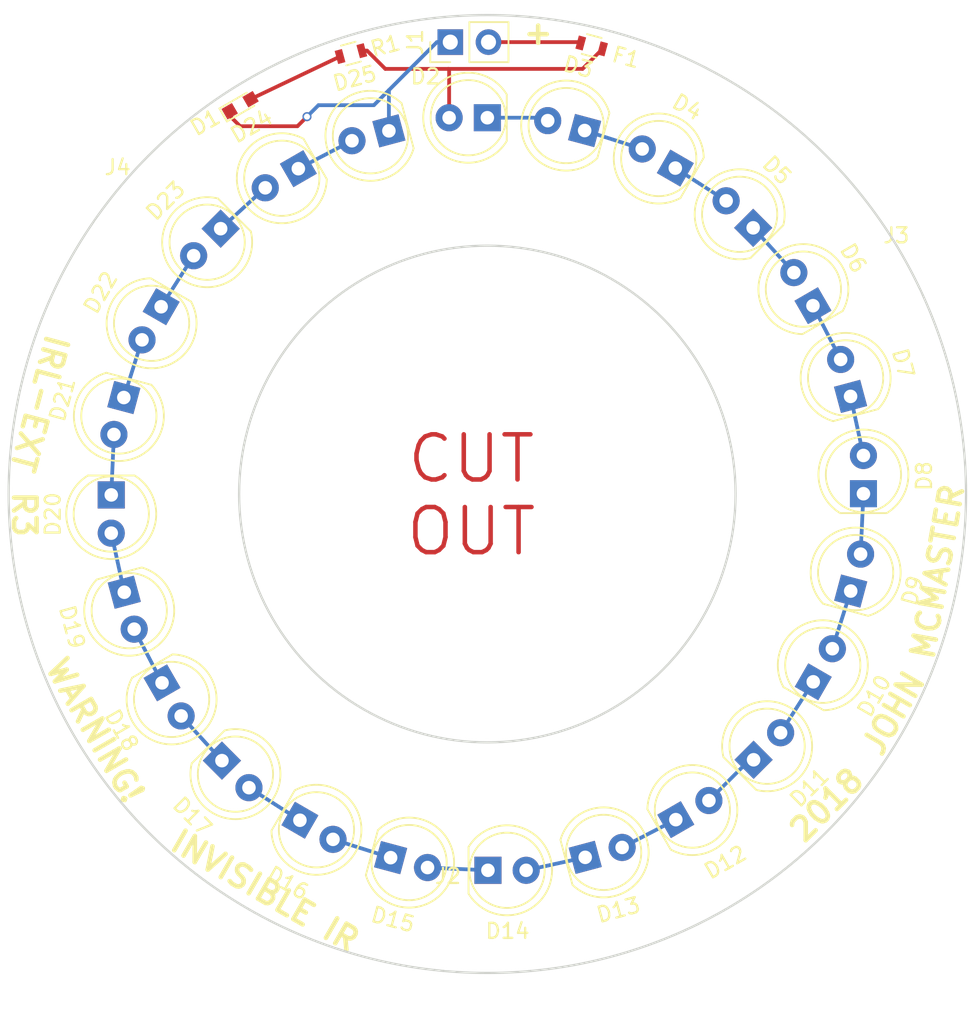
<source format=kicad_pcb>
(kicad_pcb (version 4) (host pcbnew 4.0.7-e2-6376~58~ubuntu16.04.1)

  (general
    (links 29)
    (no_connects 0)
    (area 67.734584 67.081711 132.261371 135.46084)
    (thickness 1.6)
    (drawings 11)
    (tracks 47)
    (zones 0)
    (modules 31)
    (nets 30)
  )

  (page A4)
  (layers
    (0 F.Cu signal)
    (31 B.Cu signal)
    (32 B.Adhes user)
    (33 F.Adhes user)
    (34 B.Paste user)
    (35 F.Paste user)
    (36 B.SilkS user)
    (37 F.SilkS user)
    (38 B.Mask user)
    (39 F.Mask user)
    (40 Dwgs.User user)
    (41 Cmts.User user)
    (42 Eco1.User user)
    (43 Eco2.User user)
    (44 Edge.Cuts user)
    (45 Margin user)
    (46 B.CrtYd user)
    (47 F.CrtYd user)
    (48 B.Fab user)
    (49 F.Fab user)
  )

  (setup
    (last_trace_width 0.25)
    (trace_clearance 0.2)
    (zone_clearance 0.508)
    (zone_45_only no)
    (trace_min 0.2)
    (segment_width 0.2)
    (edge_width 0.15)
    (via_size 0.6)
    (via_drill 0.4)
    (via_min_size 0.4)
    (via_min_drill 0.3)
    (uvia_size 0.3)
    (uvia_drill 0.1)
    (uvias_allowed no)
    (uvia_min_size 0.2)
    (uvia_min_drill 0.1)
    (pcb_text_width 0.3)
    (pcb_text_size 1.5 1.5)
    (mod_edge_width 0.15)
    (mod_text_size 1 1)
    (mod_text_width 0.15)
    (pad_size 3.5 3.5)
    (pad_drill 3.5)
    (pad_to_mask_clearance 0.2)
    (aux_axis_origin 0 0)
    (visible_elements FFFFFF7F)
    (pcbplotparams
      (layerselection 0x010f0_80000001)
      (usegerberextensions true)
      (excludeedgelayer true)
      (linewidth 0.100000)
      (plotframeref false)
      (viasonmask false)
      (mode 1)
      (useauxorigin false)
      (hpglpennumber 1)
      (hpglpenspeed 20)
      (hpglpendiameter 15)
      (hpglpenoverlay 2)
      (psnegative false)
      (psa4output false)
      (plotreference true)
      (plotvalue true)
      (plotinvisibletext false)
      (padsonsilk false)
      (subtractmaskfromsilk false)
      (outputformat 1)
      (mirror false)
      (drillshape 0)
      (scaleselection 1)
      (outputdirectory ilr-ext_r2))
  )

  (net 0 "")
  (net 1 "Net-(D1-Pad2)")
  (net 2 GND)
  (net 3 "Net-(D2-Pad1)")
  (net 4 VCC)
  (net 5 "Net-(D3-Pad1)")
  (net 6 "Net-(D4-Pad1)")
  (net 7 "Net-(D5-Pad1)")
  (net 8 "Net-(D6-Pad1)")
  (net 9 "Net-(D7-Pad1)")
  (net 10 "Net-(D8-Pad1)")
  (net 11 "Net-(D10-Pad2)")
  (net 12 "Net-(D10-Pad1)")
  (net 13 "Net-(D11-Pad1)")
  (net 14 "Net-(D12-Pad1)")
  (net 15 "Net-(D13-Pad1)")
  (net 16 "Net-(D14-Pad1)")
  (net 17 "Net-(D15-Pad1)")
  (net 18 "Net-(D16-Pad1)")
  (net 19 "Net-(D17-Pad1)")
  (net 20 "Net-(D18-Pad1)")
  (net 21 "Net-(D19-Pad1)")
  (net 22 "Net-(D20-Pad1)")
  (net 23 "Net-(D21-Pad1)")
  (net 24 "Net-(D22-Pad1)")
  (net 25 "Net-(D23-Pad1)")
  (net 26 "Net-(D24-Pad1)")
  (net 27 "Net-(J2-Pad1)")
  (net 28 "Net-(J4-Pad1)")
  (net 29 "Net-(F1-Pad2)")

  (net_class Default "This is the default net class."
    (clearance 0.2)
    (trace_width 0.25)
    (via_dia 0.6)
    (via_drill 0.4)
    (uvia_dia 0.3)
    (uvia_drill 0.1)
    (add_net GND)
    (add_net "Net-(D1-Pad2)")
    (add_net "Net-(D10-Pad1)")
    (add_net "Net-(D10-Pad2)")
    (add_net "Net-(D11-Pad1)")
    (add_net "Net-(D12-Pad1)")
    (add_net "Net-(D13-Pad1)")
    (add_net "Net-(D14-Pad1)")
    (add_net "Net-(D15-Pad1)")
    (add_net "Net-(D16-Pad1)")
    (add_net "Net-(D17-Pad1)")
    (add_net "Net-(D18-Pad1)")
    (add_net "Net-(D19-Pad1)")
    (add_net "Net-(D2-Pad1)")
    (add_net "Net-(D20-Pad1)")
    (add_net "Net-(D21-Pad1)")
    (add_net "Net-(D22-Pad1)")
    (add_net "Net-(D23-Pad1)")
    (add_net "Net-(D24-Pad1)")
    (add_net "Net-(D3-Pad1)")
    (add_net "Net-(D4-Pad1)")
    (add_net "Net-(D5-Pad1)")
    (add_net "Net-(D6-Pad1)")
    (add_net "Net-(D7-Pad1)")
    (add_net "Net-(D8-Pad1)")
    (add_net "Net-(F1-Pad2)")
    (add_net "Net-(J2-Pad1)")
    (add_net "Net-(J4-Pad1)")
    (add_net VCC)
  )

  (module LEDs:LED_0603 (layer F.Cu) (tedit 5B07CFC8) (tstamp 5B074ABD)
    (at 83.566 74.168 30)
    (descr "LED 0603 smd package")
    (tags "LED led 0603 SMD smd SMT smt smdled SMDLED smtled SMTLED")
    (path /5B011935)
    (attr smd)
    (fp_text reference D1 (at -2.584932 -0.16671 30) (layer F.SilkS)
      (effects (font (size 1 1) (thickness 0.15)))
    )
    (fp_text value LED (at 3.084429 -0.22537 30) (layer F.Fab)
      (effects (font (size 1 1) (thickness 0.15)))
    )
    (fp_line (start -1.3 -0.5) (end -1.3 0.5) (layer F.SilkS) (width 0.12))
    (fp_line (start -0.2 -0.2) (end -0.2 0.2) (layer F.Fab) (width 0.1))
    (fp_line (start -0.15 0) (end 0.15 -0.2) (layer F.Fab) (width 0.1))
    (fp_line (start 0.15 0.2) (end -0.15 0) (layer F.Fab) (width 0.1))
    (fp_line (start 0.15 -0.2) (end 0.15 0.2) (layer F.Fab) (width 0.1))
    (fp_line (start 0.8 0.4) (end -0.8 0.4) (layer F.Fab) (width 0.1))
    (fp_line (start 0.8 -0.4) (end 0.8 0.4) (layer F.Fab) (width 0.1))
    (fp_line (start -0.8 -0.4) (end 0.8 -0.4) (layer F.Fab) (width 0.1))
    (fp_line (start -0.8 0.4) (end -0.8 -0.4) (layer F.Fab) (width 0.1))
    (fp_line (start -1.3 0.5) (end 0.8 0.5) (layer F.SilkS) (width 0.12))
    (fp_line (start -1.3 -0.5) (end 0.8 -0.5) (layer F.SilkS) (width 0.12))
    (fp_line (start 1.45 -0.65) (end 1.45 0.65) (layer F.CrtYd) (width 0.05))
    (fp_line (start 1.45 0.65) (end -1.45 0.65) (layer F.CrtYd) (width 0.05))
    (fp_line (start -1.45 0.65) (end -1.45 -0.65) (layer F.CrtYd) (width 0.05))
    (fp_line (start -1.45 -0.65) (end 1.45 -0.65) (layer F.CrtYd) (width 0.05))
    (pad 2 smd rect (at 0.8 0 210) (size 0.8 0.8) (layers F.Cu F.Paste F.Mask)
      (net 1 "Net-(D1-Pad2)"))
    (pad 1 smd rect (at -0.8 0 210) (size 0.8 0.8) (layers F.Cu F.Paste F.Mask)
      (net 2 GND))
    (model ${KISYS3DMOD}/LEDs.3dshapes/LED_0603.wrl
      (at (xyz 0 0 0))
      (scale (xyz 1 1 1))
      (rotate (xyz 0 0 180))
    )
  )

  (module LEDs:LED_D5.0mm (layer F.Cu) (tedit 5B07CA48) (tstamp 5B074AC3)
    (at 100 75 180)
    (descr "LED, diameter 5.0mm, 2 pins, http://cdn-reichelt.de/documents/datenblatt/A500/LL-504BC2E-009.pdf")
    (tags "LED diameter 5.0mm 2 pins")
    (path /5B00EA18)
    (fp_text reference D2 (at 4.115 2.737 180) (layer F.SilkS)
      (effects (font (size 1 1) (thickness 0.15)))
    )
    (fp_text value LED (at 1.27 3.96 180) (layer F.Fab)
      (effects (font (size 1 1) (thickness 0.15)))
    )
    (fp_arc (start 1.27 0) (end -1.23 -1.469694) (angle 299.1) (layer F.Fab) (width 0.1))
    (fp_arc (start 1.27 0) (end -1.29 -1.54483) (angle 148.9) (layer F.SilkS) (width 0.12))
    (fp_arc (start 1.27 0) (end -1.29 1.54483) (angle -148.9) (layer F.SilkS) (width 0.12))
    (fp_circle (center 1.27 0) (end 3.77 0) (layer F.Fab) (width 0.1))
    (fp_circle (center 1.27 0) (end 3.77 0) (layer F.SilkS) (width 0.12))
    (fp_line (start -1.23 -1.469694) (end -1.23 1.469694) (layer F.Fab) (width 0.1))
    (fp_line (start -1.29 -1.545) (end -1.29 1.545) (layer F.SilkS) (width 0.12))
    (fp_line (start -1.95 -3.25) (end -1.95 3.25) (layer F.CrtYd) (width 0.05))
    (fp_line (start -1.95 3.25) (end 4.5 3.25) (layer F.CrtYd) (width 0.05))
    (fp_line (start 4.5 3.25) (end 4.5 -3.25) (layer F.CrtYd) (width 0.05))
    (fp_line (start 4.5 -3.25) (end -1.95 -3.25) (layer F.CrtYd) (width 0.05))
    (fp_text user %R (at 1.25 0 180) (layer F.Fab)
      (effects (font (size 0.8 0.8) (thickness 0.2)))
    )
    (pad 1 thru_hole rect (at 0 0 180) (size 1.8 1.8) (drill 0.9) (layers *.Cu *.Mask)
      (net 3 "Net-(D2-Pad1)"))
    (pad 2 thru_hole circle (at 2.54 0 180) (size 1.8 1.8) (drill 0.9) (layers *.Cu *.Mask)
      (net 4 VCC))
    (model ${KISYS3DMOD}/LEDs.3dshapes/LED_D5.0mm.wrl
      (at (xyz 0 0 0))
      (scale (xyz 0.393701 0.393701 0.393701))
      (rotate (xyz 0 0 0))
    )
  )

  (module LEDs:LED_D5.0mm (layer F.Cu) (tedit 5B07CAED) (tstamp 5B074AC9)
    (at 106.467271 75.850995 165)
    (descr "LED, diameter 5.0mm, 2 pins, http://cdn-reichelt.de/documents/datenblatt/A500/LL-504BC2E-009.pdf")
    (tags "LED diameter 5.0mm 2 pins")
    (path /5B00EAF4)
    (fp_text reference D3 (at 1.500874 3.969808 165) (layer F.SilkS)
      (effects (font (size 1 1) (thickness 0.15)))
    )
    (fp_text value LED (at 1.27 3.96 165) (layer F.Fab)
      (effects (font (size 1 1) (thickness 0.15)))
    )
    (fp_arc (start 1.27 0) (end -1.23 -1.469694) (angle 299.1) (layer F.Fab) (width 0.1))
    (fp_arc (start 1.27 0) (end -1.29 -1.54483) (angle 148.9) (layer F.SilkS) (width 0.12))
    (fp_arc (start 1.27 0) (end -1.29 1.54483) (angle -148.9) (layer F.SilkS) (width 0.12))
    (fp_circle (center 1.27 0) (end 3.77 0) (layer F.Fab) (width 0.1))
    (fp_circle (center 1.27 0) (end 3.77 0) (layer F.SilkS) (width 0.12))
    (fp_line (start -1.23 -1.469694) (end -1.23 1.469694) (layer F.Fab) (width 0.1))
    (fp_line (start -1.29 -1.545) (end -1.29 1.545) (layer F.SilkS) (width 0.12))
    (fp_line (start -1.95 -3.25) (end -1.95 3.25) (layer F.CrtYd) (width 0.05))
    (fp_line (start -1.95 3.25) (end 4.5 3.25) (layer F.CrtYd) (width 0.05))
    (fp_line (start 4.5 3.25) (end 4.5 -3.25) (layer F.CrtYd) (width 0.05))
    (fp_line (start 4.5 -3.25) (end -1.95 -3.25) (layer F.CrtYd) (width 0.05))
    (fp_text user %R (at 1.25 0 165) (layer F.Fab)
      (effects (font (size 0.8 0.8) (thickness 0.2)))
    )
    (pad 1 thru_hole rect (at 0 0 165) (size 1.8 1.8) (drill 0.9) (layers *.Cu *.Mask)
      (net 5 "Net-(D3-Pad1)"))
    (pad 2 thru_hole circle (at 2.54 0 165) (size 1.8 1.8) (drill 0.9) (layers *.Cu *.Mask)
      (net 3 "Net-(D2-Pad1)"))
    (model ${KISYS3DMOD}/LEDs.3dshapes/LED_D5.0mm.wrl
      (at (xyz 0 0 0))
      (scale (xyz 0.393701 0.393701 0.393701))
      (rotate (xyz 0 0 0))
    )
  )

  (module LEDs:LED_D5.0mm (layer F.Cu) (tedit 5B07CAE8) (tstamp 5B074ACF)
    (at 112.494252 78.346047 150)
    (descr "LED, diameter 5.0mm, 2 pins, http://cdn-reichelt.de/documents/datenblatt/A500/LL-504BC2E-009.pdf")
    (tags "LED diameter 5.0mm 2 pins")
    (path /5B00EB64)
    (fp_text reference D4 (at 1.341582 3.903184 150) (layer F.SilkS)
      (effects (font (size 1 1) (thickness 0.15)))
    )
    (fp_text value LED (at 1.27 3.96 150) (layer F.Fab)
      (effects (font (size 1 1) (thickness 0.15)))
    )
    (fp_arc (start 1.27 0) (end -1.23 -1.469694) (angle 299.1) (layer F.Fab) (width 0.1))
    (fp_arc (start 1.27 0) (end -1.29 -1.54483) (angle 148.9) (layer F.SilkS) (width 0.12))
    (fp_arc (start 1.27 0) (end -1.29 1.54483) (angle -148.9) (layer F.SilkS) (width 0.12))
    (fp_circle (center 1.27 0) (end 3.77 0) (layer F.Fab) (width 0.1))
    (fp_circle (center 1.27 0) (end 3.77 0) (layer F.SilkS) (width 0.12))
    (fp_line (start -1.23 -1.469694) (end -1.23 1.469694) (layer F.Fab) (width 0.1))
    (fp_line (start -1.29 -1.545) (end -1.29 1.545) (layer F.SilkS) (width 0.12))
    (fp_line (start -1.95 -3.25) (end -1.95 3.25) (layer F.CrtYd) (width 0.05))
    (fp_line (start -1.95 3.25) (end 4.5 3.25) (layer F.CrtYd) (width 0.05))
    (fp_line (start 4.5 3.25) (end 4.5 -3.25) (layer F.CrtYd) (width 0.05))
    (fp_line (start 4.5 -3.25) (end -1.95 -3.25) (layer F.CrtYd) (width 0.05))
    (fp_text user %R (at 1.25 0 150) (layer F.Fab)
      (effects (font (size 0.8 0.8) (thickness 0.2)))
    )
    (pad 1 thru_hole rect (at 0 0 150) (size 1.8 1.8) (drill 0.9) (layers *.Cu *.Mask)
      (net 6 "Net-(D4-Pad1)"))
    (pad 2 thru_hole circle (at 2.54 0 150) (size 1.8 1.8) (drill 0.9) (layers *.Cu *.Mask)
      (net 5 "Net-(D3-Pad1)"))
    (model ${KISYS3DMOD}/LEDs.3dshapes/LED_D5.0mm.wrl
      (at (xyz 0 0 0))
      (scale (xyz 0.393701 0.393701 0.393701))
      (rotate (xyz 0 0 0))
    )
  )

  (module LEDs:LED_D5.0mm (layer F.Cu) (tedit 5B07CAE3) (tstamp 5B074AD5)
    (at 117.670629 82.315293 135)
    (descr "LED, diameter 5.0mm, 2 pins, http://cdn-reichelt.de/documents/datenblatt/A500/LL-504BC2E-009.pdf")
    (tags "LED diameter 5.0mm 2 pins")
    (path /5B01951A)
    (fp_text reference D5 (at 1.588814 3.826624 135) (layer F.SilkS)
      (effects (font (size 1 1) (thickness 0.15)))
    )
    (fp_text value LED (at 1.27 3.96 135) (layer F.Fab)
      (effects (font (size 1 1) (thickness 0.15)))
    )
    (fp_arc (start 1.27 0) (end -1.23 -1.469694) (angle 299.1) (layer F.Fab) (width 0.1))
    (fp_arc (start 1.27 0) (end -1.29 -1.54483) (angle 148.9) (layer F.SilkS) (width 0.12))
    (fp_arc (start 1.27 0) (end -1.29 1.54483) (angle -148.9) (layer F.SilkS) (width 0.12))
    (fp_circle (center 1.27 0) (end 3.77 0) (layer F.Fab) (width 0.1))
    (fp_circle (center 1.27 0) (end 3.77 0) (layer F.SilkS) (width 0.12))
    (fp_line (start -1.23 -1.469694) (end -1.23 1.469694) (layer F.Fab) (width 0.1))
    (fp_line (start -1.29 -1.545) (end -1.29 1.545) (layer F.SilkS) (width 0.12))
    (fp_line (start -1.95 -3.25) (end -1.95 3.25) (layer F.CrtYd) (width 0.05))
    (fp_line (start -1.95 3.25) (end 4.5 3.25) (layer F.CrtYd) (width 0.05))
    (fp_line (start 4.5 3.25) (end 4.5 -3.25) (layer F.CrtYd) (width 0.05))
    (fp_line (start 4.5 -3.25) (end -1.95 -3.25) (layer F.CrtYd) (width 0.05))
    (fp_text user %R (at 1.25 0 135) (layer F.Fab)
      (effects (font (size 0.8 0.8) (thickness 0.2)))
    )
    (pad 1 thru_hole rect (at 0 0 135) (size 1.8 1.8) (drill 0.9) (layers *.Cu *.Mask)
      (net 7 "Net-(D5-Pad1)"))
    (pad 2 thru_hole circle (at 2.54 0 135) (size 1.8 1.8) (drill 0.9) (layers *.Cu *.Mask)
      (net 6 "Net-(D4-Pad1)"))
    (model ${KISYS3DMOD}/LEDs.3dshapes/LED_D5.0mm.wrl
      (at (xyz 0 0 0))
      (scale (xyz 0.393701 0.393701 0.393701))
      (rotate (xyz 0 0 0))
    )
  )

  (module LEDs:LED_D5.0mm (layer F.Cu) (tedit 5B07CAE0) (tstamp 5B074ADB)
    (at 121.643995 87.488507 120)
    (descr "LED, diameter 5.0mm, 2 pins, http://cdn-reichelt.de/documents/datenblatt/A500/LL-504BC2E-009.pdf")
    (tags "LED diameter 5.0mm 2 pins")
    (path /5B019520)
    (fp_text reference D6 (at 1.392577 3.909 120) (layer F.SilkS)
      (effects (font (size 1 1) (thickness 0.15)))
    )
    (fp_text value LED (at 1.27 3.96 120) (layer F.Fab)
      (effects (font (size 1 1) (thickness 0.15)))
    )
    (fp_arc (start 1.27 0) (end -1.23 -1.469694) (angle 299.1) (layer F.Fab) (width 0.1))
    (fp_arc (start 1.27 0) (end -1.29 -1.54483) (angle 148.9) (layer F.SilkS) (width 0.12))
    (fp_arc (start 1.27 0) (end -1.29 1.54483) (angle -148.9) (layer F.SilkS) (width 0.12))
    (fp_circle (center 1.27 0) (end 3.77 0) (layer F.Fab) (width 0.1))
    (fp_circle (center 1.27 0) (end 3.77 0) (layer F.SilkS) (width 0.12))
    (fp_line (start -1.23 -1.469694) (end -1.23 1.469694) (layer F.Fab) (width 0.1))
    (fp_line (start -1.29 -1.545) (end -1.29 1.545) (layer F.SilkS) (width 0.12))
    (fp_line (start -1.95 -3.25) (end -1.95 3.25) (layer F.CrtYd) (width 0.05))
    (fp_line (start -1.95 3.25) (end 4.5 3.25) (layer F.CrtYd) (width 0.05))
    (fp_line (start 4.5 3.25) (end 4.5 -3.25) (layer F.CrtYd) (width 0.05))
    (fp_line (start 4.5 -3.25) (end -1.95 -3.25) (layer F.CrtYd) (width 0.05))
    (fp_text user %R (at 1.25 0 120) (layer F.Fab)
      (effects (font (size 0.8 0.8) (thickness 0.2)))
    )
    (pad 1 thru_hole rect (at 0 0 120) (size 1.8 1.8) (drill 0.9) (layers *.Cu *.Mask)
      (net 8 "Net-(D6-Pad1)"))
    (pad 2 thru_hole circle (at 2.54 0 120) (size 1.8 1.8) (drill 0.9) (layers *.Cu *.Mask)
      (net 7 "Net-(D5-Pad1)"))
    (model ${KISYS3DMOD}/LEDs.3dshapes/LED_D5.0mm.wrl
      (at (xyz 0 0 0))
      (scale (xyz 0.393701 0.393701 0.393701))
      (rotate (xyz 0 0 0))
    )
  )

  (module LEDs:LED_D5.0mm (layer F.Cu) (tedit 5B07CADC) (tstamp 5B074AE1)
    (at 124.143846 93.5135 105)
    (descr "LED, diameter 5.0mm, 2 pins, http://cdn-reichelt.de/documents/datenblatt/A500/LL-504BC2E-009.pdf")
    (tags "LED diameter 5.0mm 2 pins")
    (path /5B019526)
    (fp_text reference D7 (at 1.221943 3.941727 105) (layer F.SilkS)
      (effects (font (size 1 1) (thickness 0.15)))
    )
    (fp_text value LED (at 1.27 3.96 105) (layer F.Fab)
      (effects (font (size 1 1) (thickness 0.15)))
    )
    (fp_arc (start 1.27 0) (end -1.23 -1.469694) (angle 299.1) (layer F.Fab) (width 0.1))
    (fp_arc (start 1.27 0) (end -1.29 -1.54483) (angle 148.9) (layer F.SilkS) (width 0.12))
    (fp_arc (start 1.27 0) (end -1.29 1.54483) (angle -148.9) (layer F.SilkS) (width 0.12))
    (fp_circle (center 1.27 0) (end 3.77 0) (layer F.Fab) (width 0.1))
    (fp_circle (center 1.27 0) (end 3.77 0) (layer F.SilkS) (width 0.12))
    (fp_line (start -1.23 -1.469694) (end -1.23 1.469694) (layer F.Fab) (width 0.1))
    (fp_line (start -1.29 -1.545) (end -1.29 1.545) (layer F.SilkS) (width 0.12))
    (fp_line (start -1.95 -3.25) (end -1.95 3.25) (layer F.CrtYd) (width 0.05))
    (fp_line (start -1.95 3.25) (end 4.5 3.25) (layer F.CrtYd) (width 0.05))
    (fp_line (start 4.5 3.25) (end 4.5 -3.25) (layer F.CrtYd) (width 0.05))
    (fp_line (start 4.5 -3.25) (end -1.95 -3.25) (layer F.CrtYd) (width 0.05))
    (fp_text user %R (at 1.25 0 105) (layer F.Fab)
      (effects (font (size 0.8 0.8) (thickness 0.2)))
    )
    (pad 1 thru_hole rect (at 0 0 105) (size 1.8 1.8) (drill 0.9) (layers *.Cu *.Mask)
      (net 9 "Net-(D7-Pad1)"))
    (pad 2 thru_hole circle (at 2.54 0 105) (size 1.8 1.8) (drill 0.9) (layers *.Cu *.Mask)
      (net 8 "Net-(D6-Pad1)"))
    (model ${KISYS3DMOD}/LEDs.3dshapes/LED_D5.0mm.wrl
      (at (xyz 0 0 0))
      (scale (xyz 0.393701 0.393701 0.393701))
      (rotate (xyz 0 0 0))
    )
  )

  (module LEDs:LED_D5.0mm (layer F.Cu) (tedit 5B07CAD6) (tstamp 5B074AE7)
    (at 124.999992 99.980091 90)
    (descr "LED, diameter 5.0mm, 2 pins, http://cdn-reichelt.de/documents/datenblatt/A500/LL-504BC2E-009.pdf")
    (tags "LED diameter 5.0mm 2 pins")
    (path /5B01A05A)
    (fp_text reference D8 (at 1.174091 4.032008 90) (layer F.SilkS)
      (effects (font (size 1 1) (thickness 0.15)))
    )
    (fp_text value LED (at 1.27 3.96 90) (layer F.Fab)
      (effects (font (size 1 1) (thickness 0.15)))
    )
    (fp_arc (start 1.27 0) (end -1.23 -1.469694) (angle 299.1) (layer F.Fab) (width 0.1))
    (fp_arc (start 1.27 0) (end -1.29 -1.54483) (angle 148.9) (layer F.SilkS) (width 0.12))
    (fp_arc (start 1.27 0) (end -1.29 1.54483) (angle -148.9) (layer F.SilkS) (width 0.12))
    (fp_circle (center 1.27 0) (end 3.77 0) (layer F.Fab) (width 0.1))
    (fp_circle (center 1.27 0) (end 3.77 0) (layer F.SilkS) (width 0.12))
    (fp_line (start -1.23 -1.469694) (end -1.23 1.469694) (layer F.Fab) (width 0.1))
    (fp_line (start -1.29 -1.545) (end -1.29 1.545) (layer F.SilkS) (width 0.12))
    (fp_line (start -1.95 -3.25) (end -1.95 3.25) (layer F.CrtYd) (width 0.05))
    (fp_line (start -1.95 3.25) (end 4.5 3.25) (layer F.CrtYd) (width 0.05))
    (fp_line (start 4.5 3.25) (end 4.5 -3.25) (layer F.CrtYd) (width 0.05))
    (fp_line (start 4.5 -3.25) (end -1.95 -3.25) (layer F.CrtYd) (width 0.05))
    (fp_text user %R (at 1.25 0 90) (layer F.Fab)
      (effects (font (size 0.8 0.8) (thickness 0.2)))
    )
    (pad 1 thru_hole rect (at 0 0 90) (size 1.8 1.8) (drill 0.9) (layers *.Cu *.Mask)
      (net 10 "Net-(D8-Pad1)"))
    (pad 2 thru_hole circle (at 2.54 0 90) (size 1.8 1.8) (drill 0.9) (layers *.Cu *.Mask)
      (net 9 "Net-(D7-Pad1)"))
    (model ${KISYS3DMOD}/LEDs.3dshapes/LED_D5.0mm.wrl
      (at (xyz 0 0 0))
      (scale (xyz 0.393701 0.393701 0.393701))
      (rotate (xyz 0 0 0))
    )
  )

  (module LEDs:LED_D5.0mm (layer F.Cu) (tedit 5B07CAD2) (tstamp 5B074AED)
    (at 124.154146 106.448038 75)
    (descr "LED, diameter 5.0mm, 2 pins, http://cdn-reichelt.de/documents/datenblatt/A500/LL-504BC2E-009.pdf")
    (tags "LED diameter 5.0mm 2 pins")
    (path /5B01A060)
    (fp_text reference D9 (at 1.086548 3.969906 75) (layer F.SilkS)
      (effects (font (size 1 1) (thickness 0.15)))
    )
    (fp_text value LED (at 1.27 3.96 75) (layer F.Fab)
      (effects (font (size 1 1) (thickness 0.15)))
    )
    (fp_arc (start 1.27 0) (end -1.23 -1.469694) (angle 299.1) (layer F.Fab) (width 0.1))
    (fp_arc (start 1.27 0) (end -1.29 -1.54483) (angle 148.9) (layer F.SilkS) (width 0.12))
    (fp_arc (start 1.27 0) (end -1.29 1.54483) (angle -148.9) (layer F.SilkS) (width 0.12))
    (fp_circle (center 1.27 0) (end 3.77 0) (layer F.Fab) (width 0.1))
    (fp_circle (center 1.27 0) (end 3.77 0) (layer F.SilkS) (width 0.12))
    (fp_line (start -1.23 -1.469694) (end -1.23 1.469694) (layer F.Fab) (width 0.1))
    (fp_line (start -1.29 -1.545) (end -1.29 1.545) (layer F.SilkS) (width 0.12))
    (fp_line (start -1.95 -3.25) (end -1.95 3.25) (layer F.CrtYd) (width 0.05))
    (fp_line (start -1.95 3.25) (end 4.5 3.25) (layer F.CrtYd) (width 0.05))
    (fp_line (start 4.5 3.25) (end 4.5 -3.25) (layer F.CrtYd) (width 0.05))
    (fp_line (start 4.5 -3.25) (end -1.95 -3.25) (layer F.CrtYd) (width 0.05))
    (fp_text user %R (at 1.25 0 75) (layer F.Fab)
      (effects (font (size 0.8 0.8) (thickness 0.2)))
    )
    (pad 1 thru_hole rect (at 0 0 75) (size 1.8 1.8) (drill 0.9) (layers *.Cu *.Mask)
      (net 11 "Net-(D10-Pad2)"))
    (pad 2 thru_hole circle (at 2.54 0 75) (size 1.8 1.8) (drill 0.9) (layers *.Cu *.Mask)
      (net 10 "Net-(D8-Pad1)"))
    (model ${KISYS3DMOD}/LEDs.3dshapes/LED_D5.0mm.wrl
      (at (xyz 0 0 0))
      (scale (xyz 0.393701 0.393701 0.393701))
      (rotate (xyz 0 0 0))
    )
  )

  (module LEDs:LED_D5.0mm (layer F.Cu) (tedit 5B07CACE) (tstamp 5B074AF3)
    (at 121.663895 112.477004 60)
    (descr "LED, diameter 5.0mm, 2 pins, http://cdn-reichelt.de/documents/datenblatt/A500/LL-504BC2E-009.pdf")
    (tags "LED diameter 5.0mm 2 pins")
    (path /5B01A066)
    (fp_text reference D10 (at 1.224188 3.988348 60) (layer F.SilkS)
      (effects (font (size 1 1) (thickness 0.15)))
    )
    (fp_text value LED (at 1.27 3.96 60) (layer F.Fab)
      (effects (font (size 1 1) (thickness 0.15)))
    )
    (fp_arc (start 1.27 0) (end -1.23 -1.469694) (angle 299.1) (layer F.Fab) (width 0.1))
    (fp_arc (start 1.27 0) (end -1.29 -1.54483) (angle 148.9) (layer F.SilkS) (width 0.12))
    (fp_arc (start 1.27 0) (end -1.29 1.54483) (angle -148.9) (layer F.SilkS) (width 0.12))
    (fp_circle (center 1.27 0) (end 3.77 0) (layer F.Fab) (width 0.1))
    (fp_circle (center 1.27 0) (end 3.77 0) (layer F.SilkS) (width 0.12))
    (fp_line (start -1.23 -1.469694) (end -1.23 1.469694) (layer F.Fab) (width 0.1))
    (fp_line (start -1.29 -1.545) (end -1.29 1.545) (layer F.SilkS) (width 0.12))
    (fp_line (start -1.95 -3.25) (end -1.95 3.25) (layer F.CrtYd) (width 0.05))
    (fp_line (start -1.95 3.25) (end 4.5 3.25) (layer F.CrtYd) (width 0.05))
    (fp_line (start 4.5 3.25) (end 4.5 -3.25) (layer F.CrtYd) (width 0.05))
    (fp_line (start 4.5 -3.25) (end -1.95 -3.25) (layer F.CrtYd) (width 0.05))
    (fp_text user %R (at 1.25 0 60) (layer F.Fab)
      (effects (font (size 0.8 0.8) (thickness 0.2)))
    )
    (pad 1 thru_hole rect (at 0 0 60) (size 1.8 1.8) (drill 0.9) (layers *.Cu *.Mask)
      (net 12 "Net-(D10-Pad1)"))
    (pad 2 thru_hole circle (at 2.54 0 60) (size 1.8 1.8) (drill 0.9) (layers *.Cu *.Mask)
      (net 11 "Net-(D10-Pad2)"))
    (model ${KISYS3DMOD}/LEDs.3dshapes/LED_D5.0mm.wrl
      (at (xyz 0 0 0))
      (scale (xyz 0.393701 0.393701 0.393701))
      (rotate (xyz 0 0 0))
    )
  )

  (module LEDs:LED_D5.0mm (layer F.Cu) (tedit 5B07CAC7) (tstamp 5B074AF9)
    (at 117.698772 117.656541 45)
    (descr "LED, diameter 5.0mm, 2 pins, http://cdn-reichelt.de/documents/datenblatt/A500/LL-504BC2E-009.pdf")
    (tags "LED diameter 5.0mm 2 pins")
    (path /5B01A090)
    (fp_text reference D11 (at 1.317177 3.934121 45) (layer F.SilkS)
      (effects (font (size 1 1) (thickness 0.15)))
    )
    (fp_text value LED (at 1.27 3.96 45) (layer F.Fab)
      (effects (font (size 1 1) (thickness 0.15)))
    )
    (fp_arc (start 1.27 0) (end -1.23 -1.469694) (angle 299.1) (layer F.Fab) (width 0.1))
    (fp_arc (start 1.27 0) (end -1.29 -1.54483) (angle 148.9) (layer F.SilkS) (width 0.12))
    (fp_arc (start 1.27 0) (end -1.29 1.54483) (angle -148.9) (layer F.SilkS) (width 0.12))
    (fp_circle (center 1.27 0) (end 3.77 0) (layer F.Fab) (width 0.1))
    (fp_circle (center 1.27 0) (end 3.77 0) (layer F.SilkS) (width 0.12))
    (fp_line (start -1.23 -1.469694) (end -1.23 1.469694) (layer F.Fab) (width 0.1))
    (fp_line (start -1.29 -1.545) (end -1.29 1.545) (layer F.SilkS) (width 0.12))
    (fp_line (start -1.95 -3.25) (end -1.95 3.25) (layer F.CrtYd) (width 0.05))
    (fp_line (start -1.95 3.25) (end 4.5 3.25) (layer F.CrtYd) (width 0.05))
    (fp_line (start 4.5 3.25) (end 4.5 -3.25) (layer F.CrtYd) (width 0.05))
    (fp_line (start 4.5 -3.25) (end -1.95 -3.25) (layer F.CrtYd) (width 0.05))
    (fp_text user %R (at 1.25 0 45) (layer F.Fab)
      (effects (font (size 0.8 0.8) (thickness 0.2)))
    )
    (pad 1 thru_hole rect (at 0 0 45) (size 1.8 1.8) (drill 0.9) (layers *.Cu *.Mask)
      (net 13 "Net-(D11-Pad1)"))
    (pad 2 thru_hole circle (at 2.54 0 45) (size 1.8 1.8) (drill 0.9) (layers *.Cu *.Mask)
      (net 12 "Net-(D10-Pad1)"))
    (model ${KISYS3DMOD}/LEDs.3dshapes/LED_D5.0mm.wrl
      (at (xyz 0 0 0))
      (scale (xyz 0.393701 0.393701 0.393701))
      (rotate (xyz 0 0 0))
    )
  )

  (module LEDs:LED_D5.0mm (layer F.Cu) (tedit 5B07CAC3) (tstamp 5B074AFF)
    (at 112.528723 121.634025 30)
    (descr "LED, diameter 5.0mm, 2 pins, http://cdn-reichelt.de/documents/datenblatt/A500/LL-504BC2E-009.pdf")
    (tags "LED diameter 5.0mm 2 pins")
    (path /5B01A096)
    (fp_text reference D12 (at 1.440806 4.095005 30) (layer F.SilkS)
      (effects (font (size 1 1) (thickness 0.15)))
    )
    (fp_text value LED (at 1.27 3.96 30) (layer F.Fab)
      (effects (font (size 1 1) (thickness 0.15)))
    )
    (fp_arc (start 1.27 0) (end -1.23 -1.469694) (angle 299.1) (layer F.Fab) (width 0.1))
    (fp_arc (start 1.27 0) (end -1.29 -1.54483) (angle 148.9) (layer F.SilkS) (width 0.12))
    (fp_arc (start 1.27 0) (end -1.29 1.54483) (angle -148.9) (layer F.SilkS) (width 0.12))
    (fp_circle (center 1.27 0) (end 3.77 0) (layer F.Fab) (width 0.1))
    (fp_circle (center 1.27 0) (end 3.77 0) (layer F.SilkS) (width 0.12))
    (fp_line (start -1.23 -1.469694) (end -1.23 1.469694) (layer F.Fab) (width 0.1))
    (fp_line (start -1.29 -1.545) (end -1.29 1.545) (layer F.SilkS) (width 0.12))
    (fp_line (start -1.95 -3.25) (end -1.95 3.25) (layer F.CrtYd) (width 0.05))
    (fp_line (start -1.95 3.25) (end 4.5 3.25) (layer F.CrtYd) (width 0.05))
    (fp_line (start 4.5 3.25) (end 4.5 -3.25) (layer F.CrtYd) (width 0.05))
    (fp_line (start 4.5 -3.25) (end -1.95 -3.25) (layer F.CrtYd) (width 0.05))
    (fp_text user %R (at 1.25 0 30) (layer F.Fab)
      (effects (font (size 0.8 0.8) (thickness 0.2)))
    )
    (pad 1 thru_hole rect (at 0 0 30) (size 1.8 1.8) (drill 0.9) (layers *.Cu *.Mask)
      (net 14 "Net-(D12-Pad1)"))
    (pad 2 thru_hole circle (at 2.54 0 30) (size 1.8 1.8) (drill 0.9) (layers *.Cu *.Mask)
      (net 13 "Net-(D11-Pad1)"))
    (model ${KISYS3DMOD}/LEDs.3dshapes/LED_D5.0mm.wrl
      (at (xyz 0 0 0))
      (scale (xyz 0.393701 0.393701 0.393701))
      (rotate (xyz 0 0 0))
    )
  )

  (module LEDs:LED_D5.0mm (layer F.Cu) (tedit 5B07CABF) (tstamp 5B074B05)
    (at 106.505723 124.138673 15)
    (descr "LED, diameter 5.0mm, 2 pins, http://cdn-reichelt.de/documents/datenblatt/A500/LL-504BC2E-009.pdf")
    (tags "LED diameter 5.0mm 2 pins")
    (path /5B01A09C)
    (fp_text reference D13 (at 1.226184 3.948219 15) (layer F.SilkS)
      (effects (font (size 1 1) (thickness 0.15)))
    )
    (fp_text value LED (at 1.27 3.96 15) (layer F.Fab)
      (effects (font (size 1 1) (thickness 0.15)))
    )
    (fp_arc (start 1.27 0) (end -1.23 -1.469694) (angle 299.1) (layer F.Fab) (width 0.1))
    (fp_arc (start 1.27 0) (end -1.29 -1.54483) (angle 148.9) (layer F.SilkS) (width 0.12))
    (fp_arc (start 1.27 0) (end -1.29 1.54483) (angle -148.9) (layer F.SilkS) (width 0.12))
    (fp_circle (center 1.27 0) (end 3.77 0) (layer F.Fab) (width 0.1))
    (fp_circle (center 1.27 0) (end 3.77 0) (layer F.SilkS) (width 0.12))
    (fp_line (start -1.23 -1.469694) (end -1.23 1.469694) (layer F.Fab) (width 0.1))
    (fp_line (start -1.29 -1.545) (end -1.29 1.545) (layer F.SilkS) (width 0.12))
    (fp_line (start -1.95 -3.25) (end -1.95 3.25) (layer F.CrtYd) (width 0.05))
    (fp_line (start -1.95 3.25) (end 4.5 3.25) (layer F.CrtYd) (width 0.05))
    (fp_line (start 4.5 3.25) (end 4.5 -3.25) (layer F.CrtYd) (width 0.05))
    (fp_line (start 4.5 -3.25) (end -1.95 -3.25) (layer F.CrtYd) (width 0.05))
    (fp_text user %R (at 1.25 0 15) (layer F.Fab)
      (effects (font (size 0.8 0.8) (thickness 0.2)))
    )
    (pad 1 thru_hole rect (at 0 0 15) (size 1.8 1.8) (drill 0.9) (layers *.Cu *.Mask)
      (net 15 "Net-(D13-Pad1)"))
    (pad 2 thru_hole circle (at 2.54 0 15) (size 1.8 1.8) (drill 0.9) (layers *.Cu *.Mask)
      (net 14 "Net-(D12-Pad1)"))
    (model ${KISYS3DMOD}/LEDs.3dshapes/LED_D5.0mm.wrl
      (at (xyz 0 0 0))
      (scale (xyz 0.393701 0.393701 0.393701))
      (rotate (xyz 0 0 0))
    )
  )

  (module LEDs:LED_D5.0mm (layer F.Cu) (tedit 5B07CABA) (tstamp 5B074B0B)
    (at 100.039816 124.999968)
    (descr "LED, diameter 5.0mm, 2 pins, http://cdn-reichelt.de/documents/datenblatt/A500/LL-504BC2E-009.pdf")
    (tags "LED diameter 5.0mm 2 pins")
    (path /5B01A89E)
    (fp_text reference D14 (at 1.306184 4.032032) (layer F.SilkS)
      (effects (font (size 1 1) (thickness 0.15)))
    )
    (fp_text value LED (at 1.27 3.96) (layer F.Fab)
      (effects (font (size 1 1) (thickness 0.15)))
    )
    (fp_arc (start 1.27 0) (end -1.23 -1.469694) (angle 299.1) (layer F.Fab) (width 0.1))
    (fp_arc (start 1.27 0) (end -1.29 -1.54483) (angle 148.9) (layer F.SilkS) (width 0.12))
    (fp_arc (start 1.27 0) (end -1.29 1.54483) (angle -148.9) (layer F.SilkS) (width 0.12))
    (fp_circle (center 1.27 0) (end 3.77 0) (layer F.Fab) (width 0.1))
    (fp_circle (center 1.27 0) (end 3.77 0) (layer F.SilkS) (width 0.12))
    (fp_line (start -1.23 -1.469694) (end -1.23 1.469694) (layer F.Fab) (width 0.1))
    (fp_line (start -1.29 -1.545) (end -1.29 1.545) (layer F.SilkS) (width 0.12))
    (fp_line (start -1.95 -3.25) (end -1.95 3.25) (layer F.CrtYd) (width 0.05))
    (fp_line (start -1.95 3.25) (end 4.5 3.25) (layer F.CrtYd) (width 0.05))
    (fp_line (start 4.5 3.25) (end 4.5 -3.25) (layer F.CrtYd) (width 0.05))
    (fp_line (start 4.5 -3.25) (end -1.95 -3.25) (layer F.CrtYd) (width 0.05))
    (fp_text user %R (at 1.25 0) (layer F.Fab)
      (effects (font (size 0.8 0.8) (thickness 0.2)))
    )
    (pad 1 thru_hole rect (at 0 0) (size 1.8 1.8) (drill 0.9) (layers *.Cu *.Mask)
      (net 16 "Net-(D14-Pad1)"))
    (pad 2 thru_hole circle (at 2.54 0) (size 1.8 1.8) (drill 0.9) (layers *.Cu *.Mask)
      (net 15 "Net-(D13-Pad1)"))
    (model ${KISYS3DMOD}/LEDs.3dshapes/LED_D5.0mm.wrl
      (at (xyz 0 0 0))
      (scale (xyz 0.393701 0.393701 0.393701))
      (rotate (xyz 0 0 0))
    )
  )

  (module LEDs:LED_D5.0mm (layer F.Cu) (tedit 5B07CAB7) (tstamp 5B074B11)
    (at 93.571198 124.159273 345)
    (descr "LED, diameter 5.0mm, 2 pins, http://cdn-reichelt.de/documents/datenblatt/A500/LL-504BC2E-009.pdf")
    (tags "LED diameter 5.0mm 2 pins")
    (path /5B01A8A4)
    (fp_text reference D15 (at 1.213462 3.930592 345) (layer F.SilkS)
      (effects (font (size 1 1) (thickness 0.15)))
    )
    (fp_text value LED (at 1.27 3.96 345) (layer F.Fab)
      (effects (font (size 1 1) (thickness 0.15)))
    )
    (fp_arc (start 1.27 0) (end -1.23 -1.469694) (angle 299.1) (layer F.Fab) (width 0.1))
    (fp_arc (start 1.27 0) (end -1.29 -1.54483) (angle 148.9) (layer F.SilkS) (width 0.12))
    (fp_arc (start 1.27 0) (end -1.29 1.54483) (angle -148.9) (layer F.SilkS) (width 0.12))
    (fp_circle (center 1.27 0) (end 3.77 0) (layer F.Fab) (width 0.1))
    (fp_circle (center 1.27 0) (end 3.77 0) (layer F.SilkS) (width 0.12))
    (fp_line (start -1.23 -1.469694) (end -1.23 1.469694) (layer F.Fab) (width 0.1))
    (fp_line (start -1.29 -1.545) (end -1.29 1.545) (layer F.SilkS) (width 0.12))
    (fp_line (start -1.95 -3.25) (end -1.95 3.25) (layer F.CrtYd) (width 0.05))
    (fp_line (start -1.95 3.25) (end 4.5 3.25) (layer F.CrtYd) (width 0.05))
    (fp_line (start 4.5 3.25) (end 4.5 -3.25) (layer F.CrtYd) (width 0.05))
    (fp_line (start 4.5 -3.25) (end -1.95 -3.25) (layer F.CrtYd) (width 0.05))
    (fp_text user %R (at 1.25 0 345) (layer F.Fab)
      (effects (font (size 0.8 0.8) (thickness 0.2)))
    )
    (pad 1 thru_hole rect (at 0 0 345) (size 1.8 1.8) (drill 0.9) (layers *.Cu *.Mask)
      (net 17 "Net-(D15-Pad1)"))
    (pad 2 thru_hole circle (at 2.54 0 345) (size 1.8 1.8) (drill 0.9) (layers *.Cu *.Mask)
      (net 16 "Net-(D14-Pad1)"))
    (model ${KISYS3DMOD}/LEDs.3dshapes/LED_D5.0mm.wrl
      (at (xyz 0 0 0))
      (scale (xyz 0.393701 0.393701 0.393701))
      (rotate (xyz 0 0 0))
    )
  )

  (module LEDs:LED_D5.0mm (layer F.Cu) (tedit 5B07CAB2) (tstamp 5B074B17)
    (at 87.54025 121.673823 330)
    (descr "LED, diameter 5.0mm, 2 pins, http://cdn-reichelt.de/documents/datenblatt/A500/LL-504BC2E-009.pdf")
    (tags "LED diameter 5.0mm 2 pins")
    (path /5B01A8AA)
    (fp_text reference D16 (at 1.399418 4.022363 330) (layer F.SilkS)
      (effects (font (size 1 1) (thickness 0.15)))
    )
    (fp_text value LED (at 1.27 3.96 330) (layer F.Fab)
      (effects (font (size 1 1) (thickness 0.15)))
    )
    (fp_arc (start 1.27 0) (end -1.23 -1.469694) (angle 299.1) (layer F.Fab) (width 0.1))
    (fp_arc (start 1.27 0) (end -1.29 -1.54483) (angle 148.9) (layer F.SilkS) (width 0.12))
    (fp_arc (start 1.27 0) (end -1.29 1.54483) (angle -148.9) (layer F.SilkS) (width 0.12))
    (fp_circle (center 1.27 0) (end 3.77 0) (layer F.Fab) (width 0.1))
    (fp_circle (center 1.27 0) (end 3.77 0) (layer F.SilkS) (width 0.12))
    (fp_line (start -1.23 -1.469694) (end -1.23 1.469694) (layer F.Fab) (width 0.1))
    (fp_line (start -1.29 -1.545) (end -1.29 1.545) (layer F.SilkS) (width 0.12))
    (fp_line (start -1.95 -3.25) (end -1.95 3.25) (layer F.CrtYd) (width 0.05))
    (fp_line (start -1.95 3.25) (end 4.5 3.25) (layer F.CrtYd) (width 0.05))
    (fp_line (start 4.5 3.25) (end 4.5 -3.25) (layer F.CrtYd) (width 0.05))
    (fp_line (start 4.5 -3.25) (end -1.95 -3.25) (layer F.CrtYd) (width 0.05))
    (fp_text user %R (at 1.25 0 330) (layer F.Fab)
      (effects (font (size 0.8 0.8) (thickness 0.2)))
    )
    (pad 1 thru_hole rect (at 0 0 330) (size 1.8 1.8) (drill 0.9) (layers *.Cu *.Mask)
      (net 18 "Net-(D16-Pad1)"))
    (pad 2 thru_hole circle (at 2.54 0 330) (size 1.8 1.8) (drill 0.9) (layers *.Cu *.Mask)
      (net 17 "Net-(D15-Pad1)"))
    (model ${KISYS3DMOD}/LEDs.3dshapes/LED_D5.0mm.wrl
      (at (xyz 0 0 0))
      (scale (xyz 0.393701 0.393701 0.393701))
      (rotate (xyz 0 0 0))
    )
  )

  (module LEDs:LED_D5.0mm (layer F.Cu) (tedit 5B07CAAB) (tstamp 5B074B1D)
    (at 82.357558 117.712827 315)
    (descr "LED, diameter 5.0mm, 2 pins, http://cdn-reichelt.de/documents/datenblatt/A500/LL-504BC2E-009.pdf")
    (tags "LED diameter 5.0mm 2 pins")
    (path /5B01A8D4)
    (fp_text reference D17 (at 1.225144 4.006277 315) (layer F.SilkS)
      (effects (font (size 1 1) (thickness 0.15)))
    )
    (fp_text value LED (at 1.27 3.96 315) (layer F.Fab)
      (effects (font (size 1 1) (thickness 0.15)))
    )
    (fp_arc (start 1.27 0) (end -1.23 -1.469694) (angle 299.1) (layer F.Fab) (width 0.1))
    (fp_arc (start 1.27 0) (end -1.29 -1.54483) (angle 148.9) (layer F.SilkS) (width 0.12))
    (fp_arc (start 1.27 0) (end -1.29 1.54483) (angle -148.9) (layer F.SilkS) (width 0.12))
    (fp_circle (center 1.27 0) (end 3.77 0) (layer F.Fab) (width 0.1))
    (fp_circle (center 1.27 0) (end 3.77 0) (layer F.SilkS) (width 0.12))
    (fp_line (start -1.23 -1.469694) (end -1.23 1.469694) (layer F.Fab) (width 0.1))
    (fp_line (start -1.29 -1.545) (end -1.29 1.545) (layer F.SilkS) (width 0.12))
    (fp_line (start -1.95 -3.25) (end -1.95 3.25) (layer F.CrtYd) (width 0.05))
    (fp_line (start -1.95 3.25) (end 4.5 3.25) (layer F.CrtYd) (width 0.05))
    (fp_line (start 4.5 3.25) (end 4.5 -3.25) (layer F.CrtYd) (width 0.05))
    (fp_line (start 4.5 -3.25) (end -1.95 -3.25) (layer F.CrtYd) (width 0.05))
    (fp_text user %R (at 1.25 0 315) (layer F.Fab)
      (effects (font (size 0.8 0.8) (thickness 0.2)))
    )
    (pad 1 thru_hole rect (at 0 0 315) (size 1.8 1.8) (drill 0.9) (layers *.Cu *.Mask)
      (net 19 "Net-(D17-Pad1)"))
    (pad 2 thru_hole circle (at 2.54 0 315) (size 1.8 1.8) (drill 0.9) (layers *.Cu *.Mask)
      (net 18 "Net-(D16-Pad1)"))
    (model ${KISYS3DMOD}/LEDs.3dshapes/LED_D5.0mm.wrl
      (at (xyz 0 0 0))
      (scale (xyz 0.393701 0.393701 0.393701))
      (rotate (xyz 0 0 0))
    )
  )

  (module LEDs:LED_D5.0mm (layer F.Cu) (tedit 5B07CAA7) (tstamp 5B074B23)
    (at 78.375957 112.545947 300)
    (descr "LED, diameter 5.0mm, 2 pins, http://cdn-reichelt.de/documents/datenblatt/A500/LL-504BC2E-009.pdf")
    (tags "LED diameter 5.0mm 2 pins")
    (path /5B01A8DA)
    (fp_text reference D18 (at 1.386913 3.899901 300) (layer F.SilkS)
      (effects (font (size 1 1) (thickness 0.15)))
    )
    (fp_text value LED (at 1.27 3.96 300) (layer F.Fab)
      (effects (font (size 1 1) (thickness 0.15)))
    )
    (fp_arc (start 1.27 0) (end -1.23 -1.469694) (angle 299.1) (layer F.Fab) (width 0.1))
    (fp_arc (start 1.27 0) (end -1.29 -1.54483) (angle 148.9) (layer F.SilkS) (width 0.12))
    (fp_arc (start 1.27 0) (end -1.29 1.54483) (angle -148.9) (layer F.SilkS) (width 0.12))
    (fp_circle (center 1.27 0) (end 3.77 0) (layer F.Fab) (width 0.1))
    (fp_circle (center 1.27 0) (end 3.77 0) (layer F.SilkS) (width 0.12))
    (fp_line (start -1.23 -1.469694) (end -1.23 1.469694) (layer F.Fab) (width 0.1))
    (fp_line (start -1.29 -1.545) (end -1.29 1.545) (layer F.SilkS) (width 0.12))
    (fp_line (start -1.95 -3.25) (end -1.95 3.25) (layer F.CrtYd) (width 0.05))
    (fp_line (start -1.95 3.25) (end 4.5 3.25) (layer F.CrtYd) (width 0.05))
    (fp_line (start 4.5 3.25) (end 4.5 -3.25) (layer F.CrtYd) (width 0.05))
    (fp_line (start 4.5 -3.25) (end -1.95 -3.25) (layer F.CrtYd) (width 0.05))
    (fp_text user %R (at 1.25 0 300) (layer F.Fab)
      (effects (font (size 0.8 0.8) (thickness 0.2)))
    )
    (pad 1 thru_hole rect (at 0 0 300) (size 1.8 1.8) (drill 0.9) (layers *.Cu *.Mask)
      (net 20 "Net-(D18-Pad1)"))
    (pad 2 thru_hole circle (at 2.54 0 300) (size 1.8 1.8) (drill 0.9) (layers *.Cu *.Mask)
      (net 19 "Net-(D17-Pad1)"))
    (model ${KISYS3DMOD}/LEDs.3dshapes/LED_D5.0mm.wrl
      (at (xyz 0 0 0))
      (scale (xyz 0.393701 0.393701 0.393701))
      (rotate (xyz 0 0 0))
    )
  )

  (module LEDs:LED_D5.0mm (layer F.Cu) (tedit 5B07CAA1) (tstamp 5B074B29)
    (at 75.866514 106.524944 285)
    (descr "LED, diameter 5.0mm, 2 pins, http://cdn-reichelt.de/documents/datenblatt/A500/LL-504BC2E-009.pdf")
    (tags "LED diameter 5.0mm 2 pins")
    (path /5B01A8E0)
    (fp_text reference D19 (at 1.335418 3.956976 285) (layer F.SilkS)
      (effects (font (size 1 1) (thickness 0.15)))
    )
    (fp_text value LED (at 1.27 3.96 285) (layer F.Fab)
      (effects (font (size 1 1) (thickness 0.15)))
    )
    (fp_arc (start 1.27 0) (end -1.23 -1.469694) (angle 299.1) (layer F.Fab) (width 0.1))
    (fp_arc (start 1.27 0) (end -1.29 -1.54483) (angle 148.9) (layer F.SilkS) (width 0.12))
    (fp_arc (start 1.27 0) (end -1.29 1.54483) (angle -148.9) (layer F.SilkS) (width 0.12))
    (fp_circle (center 1.27 0) (end 3.77 0) (layer F.Fab) (width 0.1))
    (fp_circle (center 1.27 0) (end 3.77 0) (layer F.SilkS) (width 0.12))
    (fp_line (start -1.23 -1.469694) (end -1.23 1.469694) (layer F.Fab) (width 0.1))
    (fp_line (start -1.29 -1.545) (end -1.29 1.545) (layer F.SilkS) (width 0.12))
    (fp_line (start -1.95 -3.25) (end -1.95 3.25) (layer F.CrtYd) (width 0.05))
    (fp_line (start -1.95 3.25) (end 4.5 3.25) (layer F.CrtYd) (width 0.05))
    (fp_line (start 4.5 3.25) (end 4.5 -3.25) (layer F.CrtYd) (width 0.05))
    (fp_line (start 4.5 -3.25) (end -1.95 -3.25) (layer F.CrtYd) (width 0.05))
    (fp_text user %R (at 1.25 0 285) (layer F.Fab)
      (effects (font (size 0.8 0.8) (thickness 0.2)))
    )
    (pad 1 thru_hole rect (at 0 0 285) (size 1.8 1.8) (drill 0.9) (layers *.Cu *.Mask)
      (net 21 "Net-(D19-Pad1)"))
    (pad 2 thru_hole circle (at 2.54 0 285) (size 1.8 1.8) (drill 0.9) (layers *.Cu *.Mask)
      (net 20 "Net-(D18-Pad1)"))
    (model ${KISYS3DMOD}/LEDs.3dshapes/LED_D5.0mm.wrl
      (at (xyz 0 0 0))
      (scale (xyz 0.393701 0.393701 0.393701))
      (rotate (xyz 0 0 0))
    )
  )

  (module LEDs:LED_D5.0mm (layer F.Cu) (tedit 5B07CA97) (tstamp 5B074B2F)
    (at 75.000071 100.059724 270)
    (descr "LED, diameter 5.0mm, 2 pins, http://cdn-reichelt.de/documents/datenblatt/A500/LL-504BC2E-009.pdf")
    (tags "LED diameter 5.0mm 2 pins")
    (path /5B01A90A)
    (fp_text reference D20 (at 1.286276 3.880071 270) (layer F.SilkS)
      (effects (font (size 1 1) (thickness 0.15)))
    )
    (fp_text value LED (at 1.27 3.96 270) (layer F.Fab)
      (effects (font (size 1 1) (thickness 0.15)))
    )
    (fp_arc (start 1.27 0) (end -1.23 -1.469694) (angle 299.1) (layer F.Fab) (width 0.1))
    (fp_arc (start 1.27 0) (end -1.29 -1.54483) (angle 148.9) (layer F.SilkS) (width 0.12))
    (fp_arc (start 1.27 0) (end -1.29 1.54483) (angle -148.9) (layer F.SilkS) (width 0.12))
    (fp_circle (center 1.27 0) (end 3.77 0) (layer F.Fab) (width 0.1))
    (fp_circle (center 1.27 0) (end 3.77 0) (layer F.SilkS) (width 0.12))
    (fp_line (start -1.23 -1.469694) (end -1.23 1.469694) (layer F.Fab) (width 0.1))
    (fp_line (start -1.29 -1.545) (end -1.29 1.545) (layer F.SilkS) (width 0.12))
    (fp_line (start -1.95 -3.25) (end -1.95 3.25) (layer F.CrtYd) (width 0.05))
    (fp_line (start -1.95 3.25) (end 4.5 3.25) (layer F.CrtYd) (width 0.05))
    (fp_line (start 4.5 3.25) (end 4.5 -3.25) (layer F.CrtYd) (width 0.05))
    (fp_line (start 4.5 -3.25) (end -1.95 -3.25) (layer F.CrtYd) (width 0.05))
    (fp_text user %R (at 1.25 0 270) (layer F.Fab)
      (effects (font (size 0.8 0.8) (thickness 0.2)))
    )
    (pad 1 thru_hole rect (at 0 0 270) (size 1.8 1.8) (drill 0.9) (layers *.Cu *.Mask)
      (net 22 "Net-(D20-Pad1)"))
    (pad 2 thru_hole circle (at 2.54 0 270) (size 1.8 1.8) (drill 0.9) (layers *.Cu *.Mask)
      (net 21 "Net-(D19-Pad1)"))
    (model ${KISYS3DMOD}/LEDs.3dshapes/LED_D5.0mm.wrl
      (at (xyz 0 0 0))
      (scale (xyz 0.393701 0.393701 0.393701))
      (rotate (xyz 0 0 0))
    )
  )

  (module LEDs:LED_D5.0mm (layer F.Cu) (tedit 5B07CA93) (tstamp 5B074B35)
    (at 75.835614 93.590438 255)
    (descr "LED, diameter 5.0mm, 2 pins, http://cdn-reichelt.de/documents/datenblatt/A500/LL-504BC2E-009.pdf")
    (tags "LED diameter 5.0mm 2 pins")
    (path /5B01A910)
    (fp_text reference D21 (at 1.187083 3.906484 255) (layer F.SilkS)
      (effects (font (size 1 1) (thickness 0.15)))
    )
    (fp_text value LED (at 1.27 3.96 255) (layer F.Fab)
      (effects (font (size 1 1) (thickness 0.15)))
    )
    (fp_arc (start 1.27 0) (end -1.23 -1.469694) (angle 299.1) (layer F.Fab) (width 0.1))
    (fp_arc (start 1.27 0) (end -1.29 -1.54483) (angle 148.9) (layer F.SilkS) (width 0.12))
    (fp_arc (start 1.27 0) (end -1.29 1.54483) (angle -148.9) (layer F.SilkS) (width 0.12))
    (fp_circle (center 1.27 0) (end 3.77 0) (layer F.Fab) (width 0.1))
    (fp_circle (center 1.27 0) (end 3.77 0) (layer F.SilkS) (width 0.12))
    (fp_line (start -1.23 -1.469694) (end -1.23 1.469694) (layer F.Fab) (width 0.1))
    (fp_line (start -1.29 -1.545) (end -1.29 1.545) (layer F.SilkS) (width 0.12))
    (fp_line (start -1.95 -3.25) (end -1.95 3.25) (layer F.CrtYd) (width 0.05))
    (fp_line (start -1.95 3.25) (end 4.5 3.25) (layer F.CrtYd) (width 0.05))
    (fp_line (start 4.5 3.25) (end 4.5 -3.25) (layer F.CrtYd) (width 0.05))
    (fp_line (start 4.5 -3.25) (end -1.95 -3.25) (layer F.CrtYd) (width 0.05))
    (fp_text user %R (at 1.25 0 255) (layer F.Fab)
      (effects (font (size 0.8 0.8) (thickness 0.2)))
    )
    (pad 1 thru_hole rect (at 0 0 255) (size 1.8 1.8) (drill 0.9) (layers *.Cu *.Mask)
      (net 23 "Net-(D21-Pad1)"))
    (pad 2 thru_hole circle (at 2.54 0 255) (size 1.8 1.8) (drill 0.9) (layers *.Cu *.Mask)
      (net 22 "Net-(D20-Pad1)"))
    (model ${KISYS3DMOD}/LEDs.3dshapes/LED_D5.0mm.wrl
      (at (xyz 0 0 0))
      (scale (xyz 0.393701 0.393701 0.393701))
      (rotate (xyz 0 0 0))
    )
  )

  (module LEDs:LED_D5.0mm (layer F.Cu) (tedit 5B07CA87) (tstamp 5B074B3B)
    (at 78.31626 87.557513 240)
    (descr "LED, diameter 5.0mm, 2 pins, http://cdn-reichelt.de/documents/datenblatt/A500/LL-504BC2E-009.pdf")
    (tags "LED diameter 5.0mm 2 pins")
    (path /5B01A916)
    (fp_text reference D22 (at 1.193524 3.95427 240) (layer F.SilkS)
      (effects (font (size 1 1) (thickness 0.15)))
    )
    (fp_text value LED (at 1.27 3.96 240) (layer F.Fab)
      (effects (font (size 1 1) (thickness 0.15)))
    )
    (fp_arc (start 1.27 0) (end -1.23 -1.469694) (angle 299.1) (layer F.Fab) (width 0.1))
    (fp_arc (start 1.27 0) (end -1.29 -1.54483) (angle 148.9) (layer F.SilkS) (width 0.12))
    (fp_arc (start 1.27 0) (end -1.29 1.54483) (angle -148.9) (layer F.SilkS) (width 0.12))
    (fp_circle (center 1.27 0) (end 3.77 0) (layer F.Fab) (width 0.1))
    (fp_circle (center 1.27 0) (end 3.77 0) (layer F.SilkS) (width 0.12))
    (fp_line (start -1.23 -1.469694) (end -1.23 1.469694) (layer F.Fab) (width 0.1))
    (fp_line (start -1.29 -1.545) (end -1.29 1.545) (layer F.SilkS) (width 0.12))
    (fp_line (start -1.95 -3.25) (end -1.95 3.25) (layer F.CrtYd) (width 0.05))
    (fp_line (start -1.95 3.25) (end 4.5 3.25) (layer F.CrtYd) (width 0.05))
    (fp_line (start 4.5 3.25) (end 4.5 -3.25) (layer F.CrtYd) (width 0.05))
    (fp_line (start 4.5 -3.25) (end -1.95 -3.25) (layer F.CrtYd) (width 0.05))
    (fp_text user %R (at 1.25 0 240) (layer F.Fab)
      (effects (font (size 0.8 0.8) (thickness 0.2)))
    )
    (pad 1 thru_hole rect (at 0 0 240) (size 1.8 1.8) (drill 0.9) (layers *.Cu *.Mask)
      (net 24 "Net-(D22-Pad1)"))
    (pad 2 thru_hole circle (at 2.54 0 240) (size 1.8 1.8) (drill 0.9) (layers *.Cu *.Mask)
      (net 23 "Net-(D21-Pad1)"))
    (model ${KISYS3DMOD}/LEDs.3dshapes/LED_D5.0mm.wrl
      (at (xyz 0 0 0))
      (scale (xyz 0.393701 0.393701 0.393701))
      (rotate (xyz 0 0 0))
    )
  )

  (module LEDs:LED_D5.0mm (layer F.Cu) (tedit 5B07CA83) (tstamp 5B074B41)
    (at 82.273128 82.371669 225)
    (descr "LED, diameter 5.0mm, 2 pins, http://cdn-reichelt.de/documents/datenblatt/A500/LL-504BC2E-009.pdf")
    (tags "LED diameter 5.0mm 2 pins")
    (path /5B01A940)
    (fp_text reference D23 (at 1.277359 3.898843 225) (layer F.SilkS)
      (effects (font (size 1 1) (thickness 0.15)))
    )
    (fp_text value LED (at 1.27 3.96 225) (layer F.Fab)
      (effects (font (size 1 1) (thickness 0.15)))
    )
    (fp_arc (start 1.27 0) (end -1.23 -1.469694) (angle 299.1) (layer F.Fab) (width 0.1))
    (fp_arc (start 1.27 0) (end -1.29 -1.54483) (angle 148.9) (layer F.SilkS) (width 0.12))
    (fp_arc (start 1.27 0) (end -1.29 1.54483) (angle -148.9) (layer F.SilkS) (width 0.12))
    (fp_circle (center 1.27 0) (end 3.77 0) (layer F.Fab) (width 0.1))
    (fp_circle (center 1.27 0) (end 3.77 0) (layer F.SilkS) (width 0.12))
    (fp_line (start -1.23 -1.469694) (end -1.23 1.469694) (layer F.Fab) (width 0.1))
    (fp_line (start -1.29 -1.545) (end -1.29 1.545) (layer F.SilkS) (width 0.12))
    (fp_line (start -1.95 -3.25) (end -1.95 3.25) (layer F.CrtYd) (width 0.05))
    (fp_line (start -1.95 3.25) (end 4.5 3.25) (layer F.CrtYd) (width 0.05))
    (fp_line (start 4.5 3.25) (end 4.5 -3.25) (layer F.CrtYd) (width 0.05))
    (fp_line (start 4.5 -3.25) (end -1.95 -3.25) (layer F.CrtYd) (width 0.05))
    (fp_text user %R (at 1.25 0 225) (layer F.Fab)
      (effects (font (size 0.8 0.8) (thickness 0.2)))
    )
    (pad 1 thru_hole rect (at 0 0 225) (size 1.8 1.8) (drill 0.9) (layers *.Cu *.Mask)
      (net 25 "Net-(D23-Pad1)"))
    (pad 2 thru_hole circle (at 2.54 0 225) (size 1.8 1.8) (drill 0.9) (layers *.Cu *.Mask)
      (net 24 "Net-(D22-Pad1)"))
    (model ${KISYS3DMOD}/LEDs.3dshapes/LED_D5.0mm.wrl
      (at (xyz 0 0 0))
      (scale (xyz 0.393701 0.393701 0.393701))
      (rotate (xyz 0 0 0))
    )
  )

  (module LEDs:LED_D5.0mm (layer F.Cu) (tedit 5B07CA7D) (tstamp 5B074B47)
    (at 87.436836 78.385955 210)
    (descr "LED, diameter 5.0mm, 2 pins, http://cdn-reichelt.de/documents/datenblatt/A500/LL-504BC2E-009.pdf")
    (tags "LED diameter 5.0mm 2 pins")
    (path /5B01A946)
    (fp_text reference D24 (at 1.281853 3.997437 210) (layer F.SilkS)
      (effects (font (size 1 1) (thickness 0.15)))
    )
    (fp_text value LED (at 1.27 3.96 210) (layer F.Fab)
      (effects (font (size 1 1) (thickness 0.15)))
    )
    (fp_arc (start 1.27 0) (end -1.23 -1.469694) (angle 299.1) (layer F.Fab) (width 0.1))
    (fp_arc (start 1.27 0) (end -1.29 -1.54483) (angle 148.9) (layer F.SilkS) (width 0.12))
    (fp_arc (start 1.27 0) (end -1.29 1.54483) (angle -148.9) (layer F.SilkS) (width 0.12))
    (fp_circle (center 1.27 0) (end 3.77 0) (layer F.Fab) (width 0.1))
    (fp_circle (center 1.27 0) (end 3.77 0) (layer F.SilkS) (width 0.12))
    (fp_line (start -1.23 -1.469694) (end -1.23 1.469694) (layer F.Fab) (width 0.1))
    (fp_line (start -1.29 -1.545) (end -1.29 1.545) (layer F.SilkS) (width 0.12))
    (fp_line (start -1.95 -3.25) (end -1.95 3.25) (layer F.CrtYd) (width 0.05))
    (fp_line (start -1.95 3.25) (end 4.5 3.25) (layer F.CrtYd) (width 0.05))
    (fp_line (start 4.5 3.25) (end 4.5 -3.25) (layer F.CrtYd) (width 0.05))
    (fp_line (start 4.5 -3.25) (end -1.95 -3.25) (layer F.CrtYd) (width 0.05))
    (fp_text user %R (at 1.25 0 210) (layer F.Fab)
      (effects (font (size 0.8 0.8) (thickness 0.2)))
    )
    (pad 1 thru_hole rect (at 0 0 210) (size 1.8 1.8) (drill 0.9) (layers *.Cu *.Mask)
      (net 26 "Net-(D24-Pad1)"))
    (pad 2 thru_hole circle (at 2.54 0 210) (size 1.8 1.8) (drill 0.9) (layers *.Cu *.Mask)
      (net 25 "Net-(D23-Pad1)"))
    (model ${KISYS3DMOD}/LEDs.3dshapes/LED_D5.0mm.wrl
      (at (xyz 0 0 0))
      (scale (xyz 0.393701 0.393701 0.393701))
      (rotate (xyz 0 0 0))
    )
  )

  (module LEDs:LED_D5.0mm (layer F.Cu) (tedit 5B07CA35) (tstamp 5B074B4D)
    (at 93.455839 75.871718 195)
    (descr "LED, diameter 5.0mm, 2 pins, http://cdn-reichelt.de/documents/datenblatt/A500/LL-504BC2E-009.pdf")
    (tags "LED diameter 5.0mm 2 pins")
    (path /5B01A94C)
    (fp_text reference D25 (at 1.291361 3.950559 195) (layer F.SilkS)
      (effects (font (size 1 1) (thickness 0.15)))
    )
    (fp_text value LED (at 1.27 3.96 195) (layer F.Fab)
      (effects (font (size 1 1) (thickness 0.15)))
    )
    (fp_arc (start 1.27 0) (end -1.23 -1.469694) (angle 299.1) (layer F.Fab) (width 0.1))
    (fp_arc (start 1.27 0) (end -1.29 -1.54483) (angle 148.9) (layer F.SilkS) (width 0.12))
    (fp_arc (start 1.27 0) (end -1.29 1.54483) (angle -148.9) (layer F.SilkS) (width 0.12))
    (fp_circle (center 1.27 0) (end 3.77 0) (layer F.Fab) (width 0.1))
    (fp_circle (center 1.27 0) (end 3.77 0) (layer F.SilkS) (width 0.12))
    (fp_line (start -1.23 -1.469694) (end -1.23 1.469694) (layer F.Fab) (width 0.1))
    (fp_line (start -1.29 -1.545) (end -1.29 1.545) (layer F.SilkS) (width 0.12))
    (fp_line (start -1.95 -3.25) (end -1.95 3.25) (layer F.CrtYd) (width 0.05))
    (fp_line (start -1.95 3.25) (end 4.5 3.25) (layer F.CrtYd) (width 0.05))
    (fp_line (start 4.5 3.25) (end 4.5 -3.25) (layer F.CrtYd) (width 0.05))
    (fp_line (start 4.5 -3.25) (end -1.95 -3.25) (layer F.CrtYd) (width 0.05))
    (fp_text user %R (at 1.25 0 195) (layer F.Fab)
      (effects (font (size 0.8 0.8) (thickness 0.2)))
    )
    (pad 1 thru_hole rect (at 0 0 195) (size 1.8 1.8) (drill 0.9) (layers *.Cu *.Mask)
      (net 2 GND))
    (pad 2 thru_hole circle (at 2.54 0 195) (size 1.8 1.8) (drill 0.9) (layers *.Cu *.Mask)
      (net 26 "Net-(D24-Pad1)"))
    (model ${KISYS3DMOD}/LEDs.3dshapes/LED_D5.0mm.wrl
      (at (xyz 0 0 0))
      (scale (xyz 0.393701 0.393701 0.393701))
      (rotate (xyz 0 0 0))
    )
  )

  (module Resistors_SMD:R_0603 (layer F.Cu) (tedit 5B0756DC) (tstamp 5B074B5A)
    (at 90.932 70.739 195)
    (descr "Resistor SMD 0603, reflow soldering, Vishay (see dcrcw.pdf)")
    (tags "resistor 0603")
    (path /5B011911)
    (attr smd)
    (fp_text reference R1 (at -2.339587 -0.10097 195) (layer F.SilkS)
      (effects (font (size 1 1) (thickness 0.15)))
    )
    (fp_text value 1.2K (at 3.141362 0.052845 195) (layer F.Fab)
      (effects (font (size 1 1) (thickness 0.15)))
    )
    (fp_text user %R (at 0 0 195) (layer F.Fab)
      (effects (font (size 0.4 0.4) (thickness 0.075)))
    )
    (fp_line (start -0.8 0.4) (end -0.8 -0.4) (layer F.Fab) (width 0.1))
    (fp_line (start 0.8 0.4) (end -0.8 0.4) (layer F.Fab) (width 0.1))
    (fp_line (start 0.8 -0.4) (end 0.8 0.4) (layer F.Fab) (width 0.1))
    (fp_line (start -0.8 -0.4) (end 0.8 -0.4) (layer F.Fab) (width 0.1))
    (fp_line (start 0.5 0.68) (end -0.5 0.68) (layer F.SilkS) (width 0.12))
    (fp_line (start -0.5 -0.68) (end 0.5 -0.68) (layer F.SilkS) (width 0.12))
    (fp_line (start -1.25 -0.7) (end 1.25 -0.7) (layer F.CrtYd) (width 0.05))
    (fp_line (start -1.25 -0.7) (end -1.25 0.7) (layer F.CrtYd) (width 0.05))
    (fp_line (start 1.25 0.7) (end 1.25 -0.7) (layer F.CrtYd) (width 0.05))
    (fp_line (start 1.25 0.7) (end -1.25 0.7) (layer F.CrtYd) (width 0.05))
    (pad 1 smd rect (at -0.75 0 195) (size 0.5 0.9) (layers F.Cu F.Paste F.Mask)
      (net 4 VCC))
    (pad 2 smd rect (at 0.75 0 195) (size 0.5 0.9) (layers F.Cu F.Paste F.Mask)
      (net 1 "Net-(D1-Pad2)"))
    (model ${KISYS3DMOD}/Resistors_SMD.3dshapes/R_0603.wrl
      (at (xyz 0 0 0))
      (scale (xyz 1 1 1))
      (rotate (xyz 0 0 0))
    )
  )

  (module Pin_Headers:Pin_Header_Straight_1x02_Pitch2.54mm (layer F.Cu) (tedit 5B07CA54) (tstamp 5B0754A7)
    (at 97.536 69.977 90)
    (descr "Through hole straight pin header, 1x02, 2.54mm pitch, single row")
    (tags "Through hole pin header THT 1x02 2.54mm single row")
    (path /5B0777AD)
    (fp_text reference J1 (at 0 -2.33 90) (layer F.SilkS)
      (effects (font (size 1 1) (thickness 0.15)))
    )
    (fp_text value Conn_01x02 (at -0.508 9.017 180) (layer F.Fab) hide
      (effects (font (size 1 1) (thickness 0.15)))
    )
    (fp_line (start -0.635 -1.27) (end 1.27 -1.27) (layer F.Fab) (width 0.1))
    (fp_line (start 1.27 -1.27) (end 1.27 3.81) (layer F.Fab) (width 0.1))
    (fp_line (start 1.27 3.81) (end -1.27 3.81) (layer F.Fab) (width 0.1))
    (fp_line (start -1.27 3.81) (end -1.27 -0.635) (layer F.Fab) (width 0.1))
    (fp_line (start -1.27 -0.635) (end -0.635 -1.27) (layer F.Fab) (width 0.1))
    (fp_line (start -1.33 3.87) (end 1.33 3.87) (layer F.SilkS) (width 0.12))
    (fp_line (start -1.33 1.27) (end -1.33 3.87) (layer F.SilkS) (width 0.12))
    (fp_line (start 1.33 1.27) (end 1.33 3.87) (layer F.SilkS) (width 0.12))
    (fp_line (start -1.33 1.27) (end 1.33 1.27) (layer F.SilkS) (width 0.12))
    (fp_line (start -1.33 0) (end -1.33 -1.33) (layer F.SilkS) (width 0.12))
    (fp_line (start -1.33 -1.33) (end 0 -1.33) (layer F.SilkS) (width 0.12))
    (fp_line (start -1.8 -1.8) (end -1.8 4.35) (layer F.CrtYd) (width 0.05))
    (fp_line (start -1.8 4.35) (end 1.8 4.35) (layer F.CrtYd) (width 0.05))
    (fp_line (start 1.8 4.35) (end 1.8 -1.8) (layer F.CrtYd) (width 0.05))
    (fp_line (start 1.8 -1.8) (end -1.8 -1.8) (layer F.CrtYd) (width 0.05))
    (fp_text user %R (at 0.127 5.461 180) (layer F.Fab)
      (effects (font (size 1 1) (thickness 0.15)))
    )
    (pad 1 thru_hole rect (at 0 0 90) (size 1.7 1.7) (drill 1) (layers *.Cu *.Mask)
      (net 2 GND))
    (pad 2 thru_hole oval (at 0 2.54 90) (size 1.7 1.7) (drill 1) (layers *.Cu *.Mask)
      (net 29 "Net-(F1-Pad2)"))
    (model ${KISYS3DMOD}/Pin_Headers.3dshapes/Pin_Header_Straight_1x02_Pitch2.54mm.wrl
      (at (xyz 0 0 0))
      (scale (xyz 1 1 1))
      (rotate (xyz 0 0 0))
    )
  )

  (module MountingHole_3.5mm (layer F.Cu) (tedit 56D1B4CB) (tstamp 5B206A3A)
    (at 97.385327 129.88584)
    (descr "Mounting Hole 3.5mm, no annular")
    (tags "mounting hole 3.5mm no annular")
    (path /5B206AA0)
    (attr virtual)
    (fp_text reference J2 (at 0 -4.5) (layer F.SilkS)
      (effects (font (size 1 1) (thickness 0.15)))
    )
    (fp_text value Conn_01x01 (at 0 4.5) (layer F.Fab)
      (effects (font (size 1 1) (thickness 0.15)))
    )
    (fp_text user %R (at 0.3 0) (layer F.Fab)
      (effects (font (size 1 1) (thickness 0.15)))
    )
    (fp_circle (center 0 0) (end 3.5 0) (layer Cmts.User) (width 0.15))
    (fp_circle (center 0 0) (end 3.75 0) (layer F.CrtYd) (width 0.05))
    (pad 1 np_thru_hole circle (at 0 0) (size 3.5 3.5) (drill 3.5) (layers *.Cu *.Mask)
      (net 27 "Net-(J2-Pad1)"))
  )

  (module MountingHole_3.5mm (layer F.Cu) (tedit 5B206C22) (tstamp 5B206A42)
    (at 127.189233 87.321452)
    (descr "Mounting Hole 3.5mm, no annular")
    (tags "mounting hole 3.5mm no annular")
    (path /5B206D21)
    (attr virtual)
    (fp_text reference J3 (at 0 -4.5) (layer F.SilkS)
      (effects (font (size 1 1) (thickness 0.15)))
    )
    (fp_text value Conn_01x01 (at 0 4.5) (layer F.Fab)
      (effects (font (size 1 1) (thickness 0.15)))
    )
    (fp_text user %R (at 0.3 0) (layer F.Fab)
      (effects (font (size 1 1) (thickness 0.15)))
    )
    (fp_circle (center 0 0) (end 3.5 0) (layer Cmts.User) (width 0.15))
    (fp_circle (center 0 0) (end 3.75 0) (layer F.CrtYd) (width 0.05))
    (pad "" np_thru_hole circle (at 0 0) (size 3.5 3.5) (drill 3.5) (layers *.Cu *.Mask))
  )

  (module MountingHole_3.5mm (layer F.Cu) (tedit 56D1B4CB) (tstamp 5B206A4A)
    (at 75.425438 82.792706)
    (descr "Mounting Hole 3.5mm, no annular")
    (tags "mounting hole 3.5mm no annular")
    (path /5B206D98)
    (attr virtual)
    (fp_text reference J4 (at 0 -4.5) (layer F.SilkS)
      (effects (font (size 1 1) (thickness 0.15)))
    )
    (fp_text value Conn_01x01 (at 0 4.5) (layer F.Fab)
      (effects (font (size 1 1) (thickness 0.15)))
    )
    (fp_text user %R (at 0.3 0) (layer F.Fab)
      (effects (font (size 1 1) (thickness 0.15)))
    )
    (fp_circle (center 0 0) (end 3.5 0) (layer Cmts.User) (width 0.15))
    (fp_circle (center 0 0) (end 3.75 0) (layer F.CrtYd) (width 0.05))
    (pad 1 np_thru_hole circle (at 0 0) (size 3.5 3.5) (drill 3.5) (layers *.Cu *.Mask)
      (net 28 "Net-(J4-Pad1)"))
  )

  (module Resistors_SMD:R_0603 (layer F.Cu) (tedit 58E0A804) (tstamp 5B2549AE)
    (at 106.934 70.231 165)
    (descr "Resistor SMD 0603, reflow soldering, Vishay (see dcrcw.pdf)")
    (tags "resistor 0603")
    (path /5B254DE4)
    (attr smd)
    (fp_text reference F1 (at -2.405327 -0.144375 165) (layer F.SilkS)
      (effects (font (size 1 1) (thickness 0.15)))
    )
    (fp_text value "125 mA" (at 0 1.5 165) (layer F.Fab)
      (effects (font (size 1 1) (thickness 0.15)))
    )
    (fp_text user %R (at 0 0 165) (layer F.Fab)
      (effects (font (size 0.4 0.4) (thickness 0.075)))
    )
    (fp_line (start -0.8 0.4) (end -0.8 -0.4) (layer F.Fab) (width 0.1))
    (fp_line (start 0.8 0.4) (end -0.8 0.4) (layer F.Fab) (width 0.1))
    (fp_line (start 0.8 -0.4) (end 0.8 0.4) (layer F.Fab) (width 0.1))
    (fp_line (start -0.8 -0.4) (end 0.8 -0.4) (layer F.Fab) (width 0.1))
    (fp_line (start 0.5 0.68) (end -0.5 0.68) (layer F.SilkS) (width 0.12))
    (fp_line (start -0.5 -0.68) (end 0.5 -0.68) (layer F.SilkS) (width 0.12))
    (fp_line (start -1.25 -0.7) (end 1.25 -0.7) (layer F.CrtYd) (width 0.05))
    (fp_line (start -1.25 -0.7) (end -1.25 0.7) (layer F.CrtYd) (width 0.05))
    (fp_line (start 1.25 0.7) (end 1.25 -0.7) (layer F.CrtYd) (width 0.05))
    (fp_line (start 1.25 0.7) (end -1.25 0.7) (layer F.CrtYd) (width 0.05))
    (pad 1 smd rect (at -0.75 0 165) (size 0.5 0.9) (layers F.Cu F.Paste F.Mask)
      (net 4 VCC))
    (pad 2 smd rect (at 0.75 0 165) (size 0.5 0.9) (layers F.Cu F.Paste F.Mask)
      (net 29 "Net-(F1-Pad2)"))
    (model ${KISYS3DMOD}/Resistors_SMD.3dshapes/R_0603.wrl
      (at (xyz 0 0 0))
      (scale (xyz 1 1 1))
      (rotate (xyz 0 0 0))
    )
  )

  (gr_text "INVISIBLE IR" (at 85.217 126.365 330) (layer F.SilkS)
    (effects (font (size 1.5 1.5) (thickness 0.3)))
  )
  (gr_text WARNING! (at 73.914 115.697 300) (layer F.SilkS)
    (effects (font (size 1.5 1.5) (thickness 0.3)))
  )
  (gr_text + (at 103.378 69.342) (layer F.SilkS)
    (effects (font (size 1.5 1.5) (thickness 0.3)))
  )
  (gr_text R3 (at 69.215 101.346 270) (layer F.SilkS)
    (effects (font (size 1.5 1.5) (thickness 0.3)))
  )
  (gr_text IRL-EXT (at 70.231 93.98 255) (layer F.SilkS)
    (effects (font (size 1.5 1.5) (thickness 0.3)))
  )
  (gr_text MCMASTER (at 129.921 105.156 80) (layer F.SilkS)
    (effects (font (size 1.5 1.5) (thickness 0.3)))
  )
  (gr_text JOHN (at 127 114.554 60) (layer F.SilkS)
    (effects (font (size 1.5 1.5) (thickness 0.3)))
  )
  (gr_text 2018 (at 122.555 120.65 45) (layer F.SilkS)
    (effects (font (size 1.5 1.5) (thickness 0.3)))
  )
  (gr_text "CUT\nOUT" (at 98.933 100.076) (layer F.Cu)
    (effects (font (size 3 3) (thickness 0.3)))
  )
  (gr_circle (center 100 100) (end 116.5 100) (layer Edge.Cuts) (width 0.15))
  (gr_circle (center 100 100) (end 122.5 122.5) (layer Edge.Cuts) (width 0.15))

  (segment (start 84.25882 73.768) (end 90.207556 70.933114) (width 0.25) (layer F.Cu) (net 1))
  (segment (start 82.87318 74.568) (end 82.87318 74.87218) (width 0.25) (layer F.Cu) (net 2) (status 30))
  (segment (start 82.87318 74.87218) (end 83.566 75.565) (width 0.25) (layer F.Cu) (net 2) (tstamp 5B07CFDD) (status 10))
  (segment (start 83.566 75.565) (end 87.376 75.565) (width 0.25) (layer F.Cu) (net 2) (tstamp 5B07CFDF))
  (segment (start 87.376 75.565) (end 88.011 74.93) (width 0.25) (layer F.Cu) (net 2) (tstamp 5B07CFE3))
  (via (at 88.011 74.93) (size 0.6) (drill 0.4) (layers F.Cu B.Cu) (net 2))
  (segment (start 88.011 74.93) (end 88.773 74.168) (width 0.25) (layer B.Cu) (net 2) (tstamp 5B07CFE5))
  (segment (start 88.773 74.168) (end 92.456 74.168) (width 0.25) (layer B.Cu) (net 2) (tstamp 5B07CFE6))
  (segment (start 92.456 74.168) (end 93.455839 73.168161) (width 0.25) (layer B.Cu) (net 2) (tstamp 5B07CFEA))
  (segment (start 97.536 69.977) (end 96.647 69.977) (width 0.25) (layer B.Cu) (net 2) (status 10))
  (segment (start 93.455839 73.168161) (end 93.455839 75.871718) (width 0.25) (layer B.Cu) (net 2) (tstamp 5B07CC46) (status 20))
  (segment (start 96.647 69.977) (end 93.455839 73.168161) (width 0.25) (layer B.Cu) (net 2) (tstamp 5B07CC43))
  (segment (start 100 75) (end 103.820224 75) (width 0.25) (layer B.Cu) (net 3) (status 30))
  (segment (start 103.820224 75) (end 104.013819 75.193595) (width 0.25) (layer B.Cu) (net 3) (tstamp 5B07CF92) (status 30))
  (segment (start 106.328558 71.755) (end 97.409 71.755) (width 0.25) (layer F.Cu) (net 4))
  (segment (start 97.409 71.755) (end 93.218 71.755) (width 0.25) (layer F.Cu) (net 4))
  (segment (start 97.46 75) (end 97.46 71.806) (width 0.25) (layer F.Cu) (net 4))
  (segment (start 97.46 71.806) (end 97.409 71.755) (width 0.25) (layer F.Cu) (net 4))
  (segment (start 107.658444 70.425114) (end 106.328558 71.755) (width 0.25) (layer F.Cu) (net 4))
  (segment (start 93.218 71.755) (end 92.007886 70.544886) (width 0.25) (layer F.Cu) (net 4))
  (segment (start 92.007886 70.544886) (end 91.656444 70.544886) (width 0.25) (layer F.Cu) (net 4))
  (segment (start 106.467271 75.850995) (end 110.294547 77.076047) (width 0.25) (layer B.Cu) (net 5))
  (segment (start 112.494252 78.346047) (end 115.874578 80.519242) (width 0.25) (layer B.Cu) (net 6))
  (segment (start 117.670629 82.315293) (end 120.373995 85.288802) (width 0.25) (layer B.Cu) (net 7))
  (segment (start 121.643995 87.488507) (end 123.486446 91.060048) (width 0.25) (layer B.Cu) (net 8))
  (segment (start 124.143846 93.5135) (end 124.999992 97.440091) (width 0.25) (layer B.Cu) (net 9))
  (segment (start 124.999992 99.980091) (end 124.811546 103.994586) (width 0.25) (layer B.Cu) (net 10))
  (segment (start 122.933895 110.277299) (end 124.154146 106.448038) (width 0.25) (layer B.Cu) (net 11))
  (segment (start 121.663895 112.477004) (end 119.494823 115.86049) (width 0.25) (layer B.Cu) (net 12))
  (segment (start 117.698772 117.656541) (end 117.435912 117.656541) (width 0.25) (layer B.Cu) (net 13) (status 30))
  (segment (start 117.435912 117.656541) (end 114.728428 120.364025) (width 0.25) (layer B.Cu) (net 13) (tstamp 5B07D080) (status 30))
  (segment (start 112.528723 121.634025) (end 108.959175 123.481273) (width 0.25) (layer B.Cu) (net 14))
  (segment (start 106.505723 124.138673) (end 102.579816 124.999968) (width 0.25) (layer B.Cu) (net 15))
  (segment (start 100.039816 124.999968) (end 96.02465 124.816673) (width 0.25) (layer B.Cu) (net 16))
  (segment (start 93.571198 124.159273) (end 89.739955 122.943823) (width 0.25) (layer B.Cu) (net 17))
  (segment (start 84.153609 119.508878) (end 87.54025 121.673823) (width 0.25) (layer B.Cu) (net 18))
  (segment (start 82.357558 117.712827) (end 79.645957 114.745652) (width 0.25) (layer B.Cu) (net 19))
  (segment (start 76.523914 108.978396) (end 78.375957 112.545947) (width 0.25) (layer B.Cu) (net 20))
  (segment (start 75.866514 106.524944) (end 75.000071 102.599724) (width 0.25) (layer B.Cu) (net 21))
  (segment (start 75.000071 100.059724) (end 75.178214 96.04389) (width 0.25) (layer B.Cu) (net 22))
  (segment (start 75.835614 93.590438) (end 77.04626 89.757218) (width 0.25) (layer B.Cu) (net 23))
  (segment (start 78.31626 87.557513) (end 80.477077 84.16772) (width 0.25) (layer B.Cu) (net 24))
  (segment (start 82.273128 82.371669) (end 85.237131 79.655955) (width 0.25) (layer B.Cu) (net 25))
  (segment (start 87.436836 78.385955) (end 91.002387 76.529118) (width 0.25) (layer B.Cu) (net 26))
  (segment (start 100.076 69.977) (end 106.14967 69.977) (width 0.25) (layer F.Cu) (net 29))
  (segment (start 106.14967 69.977) (end 106.209556 70.036886) (width 0.25) (layer F.Cu) (net 29))
  (segment (start 100.076 69.977) (end 100.076 70.104) (width 0.25) (layer B.Cu) (net 29) (status 30))

)

</source>
